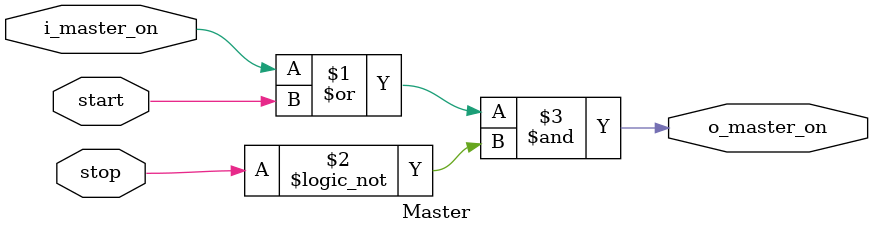
<source format=v>
/**
 * The master-on logic module.
 */

module Master(
    input start,
    input stop,
    input i_master_on,
    output o_master_on
);

assign o_master_on = (i_master_on | start) & !stop;

endmodule

</source>
